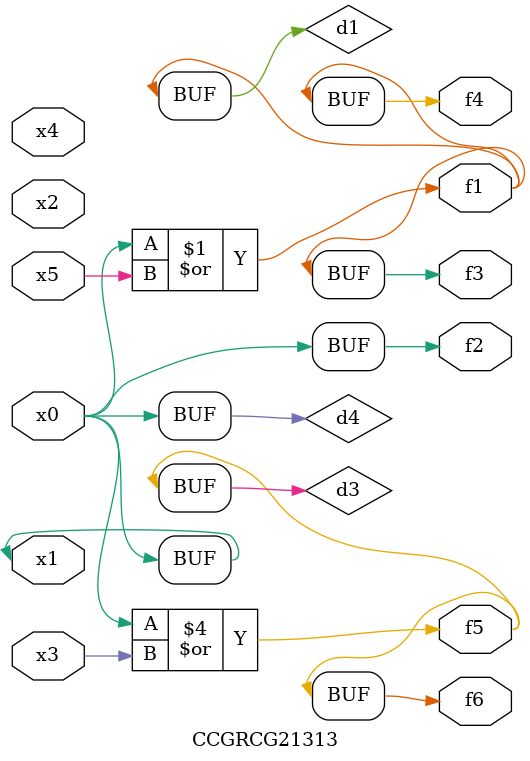
<source format=v>
module CCGRCG21313(
	input x0, x1, x2, x3, x4, x5,
	output f1, f2, f3, f4, f5, f6
);

	wire d1, d2, d3, d4;

	or (d1, x0, x5);
	xnor (d2, x1, x4);
	or (d3, x0, x3);
	buf (d4, x0, x1);
	assign f1 = d1;
	assign f2 = d4;
	assign f3 = d1;
	assign f4 = d1;
	assign f5 = d3;
	assign f6 = d3;
endmodule

</source>
